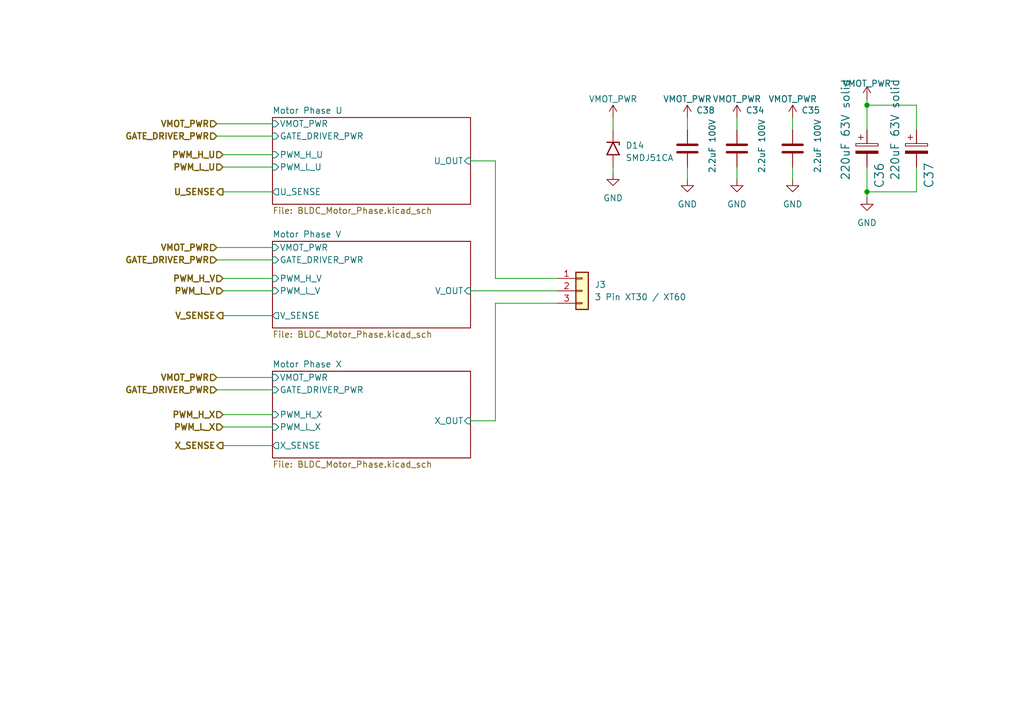
<source format=kicad_sch>
(kicad_sch (version 20231120) (generator "eeschema") (generator_version "8.0")
  (paper "A5")
  (title_block (title "BLDC Starting Point") (comment 1 "Florian, Josh and EMF Group Release"))
  (lib_symbols
    (symbol "Connector_Generic:Conn_01x03" (pin_names (offset 1.016) hide)
      (property "Reference" "J" (at 0 5.08 0))
      (property "Value" "Conn_01x03" (at 0 -5.08 0))
      (symbol "Conn_01x03_1_1"
        (rectangle (start -1.27 -2.413) (end 0 -2.667) (stroke (width 0.1524)))
        (rectangle (start -1.27 0.127) (end 0 -0.127) (stroke (width 0.1524)))
        (rectangle (start -1.27 2.667) (end 0 2.413) (stroke (width 0.1524)))
        (rectangle (start -1.27 3.81) (end 1.27 -3.81) (stroke (width 0.254)) (fill (type background)))
        (pin passive line (at -5.08 2.54 0) (length 3.81) (name "Pin_1") (number "1"))
        (pin passive line (at -5.08 0 0) (length 3.81) (name "Pin_2") (number "2"))
        (pin passive line (at -5.08 -2.54 0) (length 3.81) (name "Pin_3") (number "3"))
      )
    )
    (symbol "Device:C" (pin_numbers hide) (pin_names (offset 0.254))
      (property "Reference" "C" (at 0.635 2.54 0))
      (property "Value" "C" (at 0.635 -2.54 0))
      (symbol "C_0_1"
        (polyline (pts (xy -2.032 -0.762) (xy 2.032 -0.762)) (stroke (width 0.508)))
        (polyline (pts (xy -2.032 0.762) (xy 2.032 0.762)) (stroke (width 0.508)))
      )
      (symbol "C_1_1"
        (pin passive line (at 0 3.81 270) (length 2.794) (name "~") (number "1"))
        (pin passive line (at 0 -3.81 90) (length 2.794) (name "~") (number "2"))
      )
    )
    (symbol "Device:C_Polarized" (pin_numbers hide) (pin_names (offset 0.254))
      (property "Reference" "C" (at 0.635 2.54 0))
      (property "Value" "C_Polarized" (at 0.635 -2.54 0))
      (symbol "C_Polarized_0_1"
        (rectangle (start -2.286 0.508) (end 2.286 1.016))
        (polyline (pts (xy -1.778 2.286) (xy -0.762 2.286)))
        (polyline (pts (xy -1.27 2.794) (xy -1.27 1.778)))
        (rectangle (start 2.286 -0.508) (end -2.286 -1.016) (fill (type outline)))
      )
      (symbol "C_Polarized_1_1"
        (pin passive line (at 0 3.81 270) (length 2.794) (name "~") (number "1"))
        (pin passive line (at 0 -3.81 90) (length 2.794) (name "~") (number "2"))
      )
    )
    (symbol "Diode:SMF54A" (pin_numbers hide) (pin_names (offset 1.016) hide)
      (property "Reference" "D" (at 0 2.54 0))
      (property "Value" "SMF54A" (at 0 -2.54 0))
      (symbol "SMF54A_0_1"
        (polyline (pts (xy -0.762 1.27) (xy -1.27 1.27) (xy -1.27 -1.27)) (stroke (width 0.254)))
        (polyline (pts (xy 1.27 1.27) (xy 1.27 -1.27) (xy -1.27 0) (xy 1.27 1.27)) (stroke (width 0.254)))
      )
      (symbol "SMF54A_1_1"
        (pin passive line (at -3.81 0 0) (length 2.54) (name "A1") (number "1"))
        (pin passive line (at 3.81 0 180) (length 2.54) (name "A2") (number "2"))
      )
    )
    (symbol "MotorBuck:VMOT" (power) (pin_names (offset 0))
      (property "Value" "VMOT" (at 0 3.556 0))
      (symbol "VMOT_0_1"
        (polyline (pts (xy -0.762 1.27) (xy 0 2.54)))
        (polyline (pts (xy 0 0) (xy 0 2.54)))
        (polyline (pts (xy 0 2.54) (xy 0.762 1.27)))
      )
      (symbol "VMOT_1_1"
        (pin power_in line (at 0 0 90) (length 0) hide (name "VMOT") (number "1"))
      )
    )
    (symbol "power:GND" (power) (pin_numbers hide) (pin_names (offset 0) hide)
      (property "Value" "GND" (at 0 -3.81 0))
      (symbol "GND_0_1"
        (polyline (pts (xy 0 0) (xy 0 -1.27) (xy 1.27 -1.27) (xy 0 -2.54) (xy -1.27 -1.27) (xy 0 -1.27)))
      )
      (symbol "GND_1_1"
        (pin power_in line (at 0 0 270) (length 0) (name "~") (number "1"))
      )
    )
  )
  (junction (at 177.8 21.59))
  (junction (at 177.8 39.37))
  (wire (pts (xy 140.97 24.13) (xy 140.97 26.67)))
  (wire (pts (xy 177.8 20.32) (xy 177.8 21.59)))
  (wire (pts (xy 45.72 34.29) (xy 55.88 34.29)))
  (wire (pts (xy 44.45 53.34) (xy 55.88 53.34)))
  (wire (pts (xy 125.73 35.56) (xy 125.73 34.29)))
  (wire (pts (xy 125.73 24.13) (xy 125.73 26.67)))
  (wire (pts (xy 162.56 34.29) (xy 162.56 36.83)))
  (wire (pts (xy 101.6 86.36) (xy 96.52 86.36)))
  (wire (pts (xy 101.6 62.23) (xy 101.6 86.36)))
  (wire (pts (xy 101.6 33.02) (xy 96.52 33.02)))
  (wire (pts (xy 45.72 59.69) (xy 55.88 59.69)))
  (wire (pts (xy 177.8 39.37) (xy 177.8 40.64)))
  (wire (pts (xy 44.45 77.47) (xy 55.88 77.47)))
  (wire (pts (xy 45.72 87.63) (xy 55.88 87.63)))
  (wire (pts (xy 45.72 64.77) (xy 55.88 64.77)))
  (wire (pts (xy 140.97 34.29) (xy 140.97 36.83)))
  (wire (pts (xy 96.52 59.69) (xy 114.3 59.69)))
  (wire (pts (xy 177.8 34.29) (xy 177.8 39.37)))
  (wire (pts (xy 45.72 91.44) (xy 55.88 91.44)))
  (wire (pts (xy 44.45 50.8) (xy 55.88 50.8)))
  (wire (pts (xy 44.45 27.94) (xy 55.88 27.94)))
  (wire (pts (xy 44.45 80.01) (xy 55.88 80.01)))
  (wire (pts (xy 114.3 62.23) (xy 101.6 62.23)))
  (wire (pts (xy 45.72 39.37) (xy 55.88 39.37)))
  (wire (pts (xy 151.13 24.13) (xy 151.13 26.67)))
  (wire (pts (xy 45.72 57.15) (xy 55.88 57.15)))
  (wire (pts (xy 177.8 39.37) (xy 187.96 39.37)))
  (wire (pts (xy 45.72 31.75) (xy 55.88 31.75)))
  (wire (pts (xy 162.56 24.13) (xy 162.56 26.67)))
  (wire (pts (xy 151.13 34.29) (xy 151.13 36.83)))
  (wire (pts (xy 101.6 57.15) (xy 101.6 33.02)))
  (wire (pts (xy 44.45 25.4) (xy 55.88 25.4)))
  (wire (pts (xy 187.96 39.37) (xy 187.96 34.29)))
  (wire (pts (xy 114.3 57.15) (xy 101.6 57.15)))
  (wire (pts (xy 45.72 85.09) (xy 55.88 85.09)))
  (wire (pts (xy 187.96 21.59) (xy 177.8 21.59)))
  (wire (pts (xy 177.8 21.59) (xy 177.8 26.67)))
  (wire (pts (xy 187.96 26.67) (xy 187.96 21.59)))
  (hierarchical_label "VMOT_PWR" (shape input) (at 44.45 77.47 180) (effects (font (bold yes))))
  (hierarchical_label "GATE_DRIVER_PWR" (shape input) (at 44.45 80.01 180) (effects (font (bold yes))))
  (hierarchical_label "PWM_H_X" (shape input) (at 45.72 85.09 180) (effects (font (bold yes))))
  (hierarchical_label "PWM_H_U" (shape input) (at 45.72 31.75 180) (effects (font (bold yes))))
  (hierarchical_label "VMOT_PWR" (shape input) (at 44.45 25.4 180) (effects (font (bold yes))))
  (hierarchical_label "PWM_L_U" (shape input) (at 45.72 34.29 180) (effects (font (bold yes))))
  (hierarchical_label "PWM_H_V" (shape input) (at 45.72 57.15 180) (effects (font (bold yes))))
  (hierarchical_label "GATE_DRIVER_PWR" (shape input) (at 44.45 53.34 180) (effects (font (bold yes))))
  (hierarchical_label "V_SENSE" (shape output) (at 45.72 64.77 180) (effects (font (bold yes))))
  (hierarchical_label "X_SENSE" (shape output) (at 45.72 91.44 180) (effects (font (bold yes))))
  (hierarchical_label "PWM_L_V" (shape input) (at 45.72 59.69 180) (effects (font (bold yes))))
  (hierarchical_label "VMOT_PWR" (shape input) (at 44.45 50.8 180) (effects (font (bold yes))))
  (hierarchical_label "U_SENSE" (shape output) (at 45.72 39.37 180) (effects (font (bold yes))))
  (hierarchical_label "PWM_L_X" (shape input) (at 45.72 87.63 180) (effects (font (bold yes))))
  (hierarchical_label "GATE_DRIVER_PWR" (shape input) (at 44.45 27.94 180) (effects (font (bold yes))))
  (symbol (lib_id "power:GND") (at 162.56 36.83 0) (unit 1)
    (property "Reference" "#PWR077" (effects (hide yes)))
    (property "Value" "GND" (at 162.56 41.91 0))
    (property "Description" "Power symbol creates a global label with name \"GND\" , ground" (effects (hide yes)))
  )
  (symbol (lib_id "MotorBuck:VMOT") (at 125.73 24.13 0) (unit 1)
    (property "Reference" "#PWR06" (effects (hide yes)))
    (property "Value" "VMOT_PWR" (at 125.73 20.32 0))
    (property "Sim.Device" "SPICE" (effects (hide yes)))
    (property "Sim.Params" "type=\"I\" model=\"VMOT\" lib=\"\"" (effects (hide yes)))
    (property "Sim.Pins" "1=1" (effects (hide yes)))
  )
  (symbol (lib_id "Device:C") (at 162.56 30.48 0) (unit 1)
    (property "Reference" "C35" (at 164.338 23.368 0) (effects (justify left bottom)))
    (property "Value" "2.2uF 100V" (at 168.402 35.56 90) (effects (justify left bottom)))
    (property "Footprint" "Capacitor_SMD:C_1206_3216Metric" (effects (hide yes)))
    (property "Description" "Unpolarized capacitor" (effects (hide yes)))
    (property "LCSC" "C650969" (effects (hide yes)))
  )
  (symbol (lib_id "Device:C_Polarized") (at 177.8 30.48 0) (unit 1)
    (property "Reference" "C36" (at 181.356 38.735 90) (effects (font (size 1.778 1.778)) (justify left bottom)))
    (property "Value" "220uF 63V solid" (at 172.466 37.084 90) (effects (font (size 1.651 1.651)) (justify left top)))
    (property "Footprint" "Capacitor_SMD:CP_Elec_8x10" (effects (hide yes)))
    (property "Description" "Polarized capacitor" (effects (hide yes)))
    (property "LCSC" "C5455531" (effects (hide yes)))
    (property "MPN" "2210631013R00" (effects (hide yes)))
  )
  (symbol (lib_id "power:GND") (at 125.73 35.56 0) (unit 1)
    (property "Reference" "#PWR075" (effects (hide yes)))
    (property "Value" "GND" (at 125.73 40.64 0))
    (property "Description" "Power symbol creates a global label with name \"GND\" , ground" (effects (hide yes)))
  )
  (symbol (lib_id "Diode:SMF54A") (at 125.73 30.48 270) (unit 1)
    (property "Reference" "D14" (at 128.27 29.845 90) (effects (justify left)))
    (property "Value" "SMDJ51CA" (at 128.27 32.385 90) (effects (justify left)))
    (property "Footprint" "Diode_SMD:D_SMF" (effects (hide yes)))
    (property "Datasheet" "https://www.vishay.com/doc?85881" (effects (hide yes)))
    (property "Description" "200W unidirectional Transil Transient Voltage Suppressor, 54Vrwm, SMF" (effects (hide yes)))
    (property "LCSC" "C406702" (effects (hide yes)))
  )
  (symbol (lib_id "Device:C") (at 140.97 30.48 0) (unit 1)
    (property "Reference" "C38" (at 142.748 23.368 0) (effects (justify left bottom)))
    (property "Value" "2.2uF 100V" (at 146.812 35.56 90) (effects (justify left bottom)))
    (property "Footprint" "Capacitor_SMD:C_1206_3216Metric" (effects (hide yes)))
    (property "Description" "Unpolarized capacitor" (effects (hide yes)))
    (property "LCSC" "C650969" (effects (hide yes)))
  )
  (symbol (lib_id "Device:C") (at 151.13 30.48 0) (unit 1)
    (property "Reference" "C34" (at 152.908 23.368 0) (effects (justify left bottom)))
    (property "Value" "2.2uF 100V" (at 156.972 35.56 90) (effects (justify left bottom)))
    (property "Footprint" "Capacitor_SMD:C_1206_3216Metric" (effects (hide yes)))
    (property "Description" "Unpolarized capacitor" (effects (hide yes)))
    (property "LCSC" "C650969" (effects (hide yes)))
  )
  (symbol (lib_id "MotorBuck:VMOT") (at 140.97 24.13 0) (unit 1)
    (property "Reference" "#PWR080" (effects (hide yes)))
    (property "Value" "VMOT_PWR" (at 140.97 20.32 0))
    (property "Sim.Device" "SPICE" (effects (hide yes)))
    (property "Sim.Params" "type=\"I\" model=\"VMOT\" lib=\"\"" (effects (hide yes)))
    (property "Sim.Pins" "1=1" (effects (hide yes)))
  )
  (symbol (lib_id "MotorBuck:VMOT") (at 162.56 24.13 0) (unit 1)
    (property "Reference" "#PWR076" (effects (hide yes)))
    (property "Value" "VMOT_PWR" (at 162.56 20.32 0))
    (property "Sim.Device" "SPICE" (effects (hide yes)))
    (property "Sim.Params" "type=\"I\" model=\"VMOT\" lib=\"\"" (effects (hide yes)))
    (property "Sim.Pins" "1=1" (effects (hide yes)))
  )
  (symbol (lib_id "power:GND") (at 140.97 36.83 0) (unit 1)
    (property "Reference" "#PWR081" (effects (hide yes)))
    (property "Value" "GND" (at 140.97 41.91 0))
    (property "Description" "Power symbol creates a global label with name \"GND\" , ground" (effects (hide yes)))
  )
  (symbol (lib_id "power:GND") (at 177.8 40.64 0) (unit 1)
    (property "Reference" "#PWR079" (effects (hide yes)))
    (property "Value" "GND" (at 177.8 45.72 0))
    (property "Description" "Power symbol creates a global label with name \"GND\" , ground" (effects (hide yes)))
  )
  (symbol (lib_id "MotorBuck:VMOT") (at 151.13 24.13 0) (unit 1)
    (property "Reference" "#PWR072" (effects (hide yes)))
    (property "Value" "VMOT_PWR" (at 151.13 20.32 0))
    (property "Sim.Device" "SPICE" (effects (hide yes)))
    (property "Sim.Params" "type=\"I\" model=\"VMOT\" lib=\"\"" (effects (hide yes)))
    (property "Sim.Pins" "1=1" (effects (hide yes)))
  )
  (symbol (lib_id "Device:C_Polarized") (at 187.96 30.48 0) (unit 1)
    (property "Reference" "C37" (at 191.516 38.735 90) (effects (font (size 1.778 1.778)) (justify left bottom)))
    (property "Value" "220uF 63V solid" (at 182.626 37.084 90) (effects (font (size 1.651 1.651)) (justify left top)))
    (property "Footprint" "Capacitor_SMD:CP_Elec_8x10" (effects (hide yes)))
    (property "Description" "Polarized capacitor" (effects (hide yes)))
    (property "LCSC" "C5455531" (effects (hide yes)))
    (property "MPN" "2210631013R00" (effects (hide yes)))
  )
  (symbol (lib_id "power:GND") (at 151.13 36.83 0) (unit 1)
    (property "Reference" "#PWR073" (effects (hide yes)))
    (property "Value" "GND" (at 151.13 41.91 0))
    (property "Description" "Power symbol creates a global label with name \"GND\" , ground" (effects (hide yes)))
  )
  (symbol (lib_id "MotorBuck:VMOT") (at 177.8 20.32 0) (unit 1)
    (property "Reference" "#PWR078" (effects (hide yes)))
    (property "Value" "VMOT_PWR" (at 177.8 17.145 0))
    (property "Sim.Device" "SPICE" (effects (hide yes)))
    (property "Sim.Params" "type=\"I\" model=\"VMOT\" lib=\"\"" (effects (hide yes)))
    (property "Sim.Pins" "1=1" (effects (hide yes)))
  )
  (symbol (lib_id "Connector_Generic:Conn_01x03") (at 119.38 59.69 0) (unit 1)
    (property "Reference" "J3" (at 121.92 58.4199 0) (effects (justify left)))
    (property "Value" "3 Pin XT30 / XT60" (at 121.92 60.9599 0) (effects (justify left)))
    (property "Footprint" "[EastMakes] Connectors:MT60-F.G.Y" (effects (hide yes)))
    (property "Description" "Generic connector, single row, 01x03, script generated (kicad-library-utils/schlib/autogen/connector/)" (effects (hide yes)))
    (property "LCSC" "C99176" (effects (hide yes)))
  )
  (sheet (at 55.88 76.2) (size 40.64 17.78) (stroke (width 0.1524))
    (property "Sheetname" "Motor Phase ${PhaseDesignator}" (at 55.88 75.4884 0) (effects (justify left bottom)))
    (property "Sheetfile" "BLDC_Motor_Phase.kicad_sch" (at 55.88 94.5646 0) (effects (justify left top)))
    (property "PhaseDesignator" "X" (effects (hide yes)))
    (pin "PWM_L_${PhaseDesignator}" input (at 55.88 87.63 180))
    (pin "PWM_H_${PhaseDesignator}" input (at 55.88 85.09 180))
    (pin "${PhaseDesignator}_SENSE" output (at 55.88 91.44 180))
    (pin "${PhaseDesignator}_OUT" input (at 96.52 86.36 0))
    (pin "GATE_DRIVER_PWR" input (at 55.88 80.01 180))
    (pin "VMOT_PWR" input (at 55.88 77.47 180))
  )
  (sheet (at 55.88 24.13) (size 40.64 17.78) (stroke (width 0.1524))
    (property "Sheetname" "Motor Phase ${PhaseDesignator}" (at 55.88 23.4184 0) (effects (justify left bottom)))
    (property "Sheetfile" "BLDC_Motor_Phase.kicad_sch" (at 55.88 42.4946 0) (effects (justify left top)))
    (property "PhaseDesignator" "U" (effects (hide yes)))
    (pin "PWM_L_${PhaseDesignator}" input (at 55.88 34.29 180))
    (pin "PWM_H_${PhaseDesignator}" input (at 55.88 31.75 180))
    (pin "${PhaseDesignator}_SENSE" output (at 55.88 39.37 180))
    (pin "${PhaseDesignator}_OUT" input (at 96.52 33.02 0))
    (pin "GATE_DRIVER_PWR" input (at 55.88 27.94 180))
    (pin "VMOT_PWR" input (at 55.88 25.4 180))
  )
  (sheet (at 55.88 49.53) (size 40.64 17.78) (stroke (width 0.1524))
    (property "Sheetname" "Motor Phase ${PhaseDesignator}" (at 55.88 48.8184 0) (effects (justify left bottom)))
    (property "Sheetfile" "BLDC_Motor_Phase.kicad_sch" (at 55.88 67.8946 0) (effects (justify left top)))
    (property "PhaseDesignator" "V" (effects (hide yes)))
    (pin "PWM_L_${PhaseDesignator}" input (at 55.88 59.69 180))
    (pin "PWM_H_${PhaseDesignator}" input (at 55.88 57.15 180))
    (pin "${PhaseDesignator}_SENSE" output (at 55.88 64.77 180))
    (pin "${PhaseDesignator}_OUT" input (at 96.52 59.69 0))
    (pin "GATE_DRIVER_PWR" input (at 55.88 53.34 180))
    (pin "VMOT_PWR" input (at 55.88 50.8 180))
  )
)
</source>
